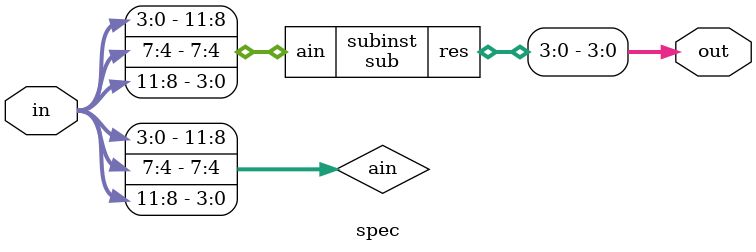
<source format=sv>

typedef struct packed {
  logic [3:0] a;
  logic [3:0] b;
  logic [3:0] op;
} alu_in;

module sub (input alu_in ain,
	    output logic [3:0] res);

   assign res = ain.op[1] ?
		ain.op[0] ? ain.a + ain.b : ain.a - ain.b :
		ain.op[0] ? ain.a & ain.b : ain.a | ain.b;

endmodule // sub

module spec (input logic [127:0] in,
	     output wire [127:0] out);

   alu_in ain;
   assign ain.a = in[3:0];
   assign ain.b = in[7:4];
   assign ain.op = in[11:8];

   sub subinst (.ain(ain), .res(out[3:0]));

endmodule // spec

</source>
